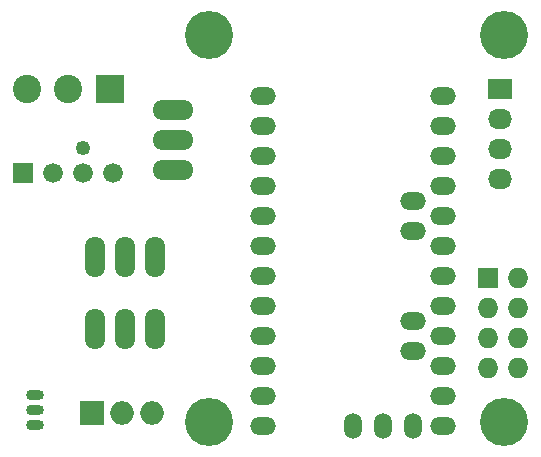
<source format=gbs>
G04 #@! TF.FileFunction,Soldermask,Bot*
%FSLAX46Y46*%
G04 Gerber Fmt 4.6, Leading zero omitted, Abs format (unit mm)*
G04 Created by KiCad (PCBNEW 4.0.2-stable) date Samedi 23 avril 2016 19:09:36*
%MOMM*%
G01*
G04 APERTURE LIST*
%ADD10C,0.100000*%
%ADD11O,2.199640X1.501140*%
%ADD12O,1.501140X2.199640*%
%ADD13C,4.064000*%
%ADD14O,1.699260X3.500120*%
%ADD15O,3.500120X1.699260*%
%ADD16O,1.501140X0.899160*%
%ADD17O,1.727200X1.727200*%
%ADD18R,1.727200X1.727200*%
%ADD19R,2.032000X1.727200*%
%ADD20O,2.032000X1.727200*%
%ADD21R,1.676400X1.676400*%
%ADD22C,1.676400*%
%ADD23C,1.250000*%
%ADD24O,1.998980X1.998980*%
%ADD25R,1.998980X1.998980*%
%ADD26C,2.400000*%
%ADD27R,2.400000X2.400000*%
G04 APERTURE END LIST*
D10*
D11*
X156202000Y-61536000D03*
X156202000Y-64076000D03*
X143502000Y-42486000D03*
X143502000Y-45026000D03*
X143502000Y-47566000D03*
X143502000Y-50106000D03*
X143502000Y-52646000D03*
X143502000Y-55186000D03*
X143502000Y-57726000D03*
X143502000Y-60266000D03*
X143502000Y-62806000D03*
X143502000Y-65346000D03*
X143502000Y-67886000D03*
X143502000Y-70426000D03*
X158742000Y-70426000D03*
X158742000Y-67886000D03*
X158742000Y-65346000D03*
X158742000Y-62806000D03*
X158742000Y-60266000D03*
X158742000Y-57726000D03*
X158742000Y-55186000D03*
X158742000Y-52646000D03*
X158742000Y-50106000D03*
X158742000Y-47566000D03*
X158742000Y-45026000D03*
X158742000Y-42486000D03*
X156202000Y-53916000D03*
X156202000Y-51376000D03*
D12*
X156202000Y-70426000D03*
X153662000Y-70426000D03*
X151122000Y-70426000D03*
D13*
X163938000Y-37338000D03*
X138938000Y-37338000D03*
D14*
X131826000Y-56134000D03*
X134366000Y-56134000D03*
X129286000Y-56134000D03*
X131826000Y-62230000D03*
X134366000Y-62230000D03*
X129286000Y-62230000D03*
D15*
X135890000Y-46228000D03*
X135890000Y-43688000D03*
X135890000Y-48768000D03*
D16*
X124206000Y-69088000D03*
X124206000Y-67818000D03*
X124206000Y-70358000D03*
D13*
X138938000Y-70104000D03*
X163938000Y-70104000D03*
D17*
X162560000Y-65532000D03*
X165100000Y-65532000D03*
X162560000Y-62992000D03*
X165100000Y-62992000D03*
X162560000Y-60452000D03*
X165100000Y-60452000D03*
D18*
X162560000Y-57912000D03*
D17*
X165100000Y-57912000D03*
D19*
X163576000Y-41910000D03*
D20*
X163576000Y-44450000D03*
X163576000Y-46990000D03*
X163576000Y-49530000D03*
D21*
X123190000Y-49022000D03*
D22*
X125730000Y-49022000D03*
X128270000Y-49022000D03*
X130810000Y-49022000D03*
D23*
X128270000Y-46862000D03*
D24*
X134112000Y-69342000D03*
D25*
X129032000Y-69342000D03*
D24*
X131572000Y-69342000D03*
D26*
X127056000Y-41910000D03*
X123556000Y-41910000D03*
D27*
X130556000Y-41910000D03*
M02*

</source>
